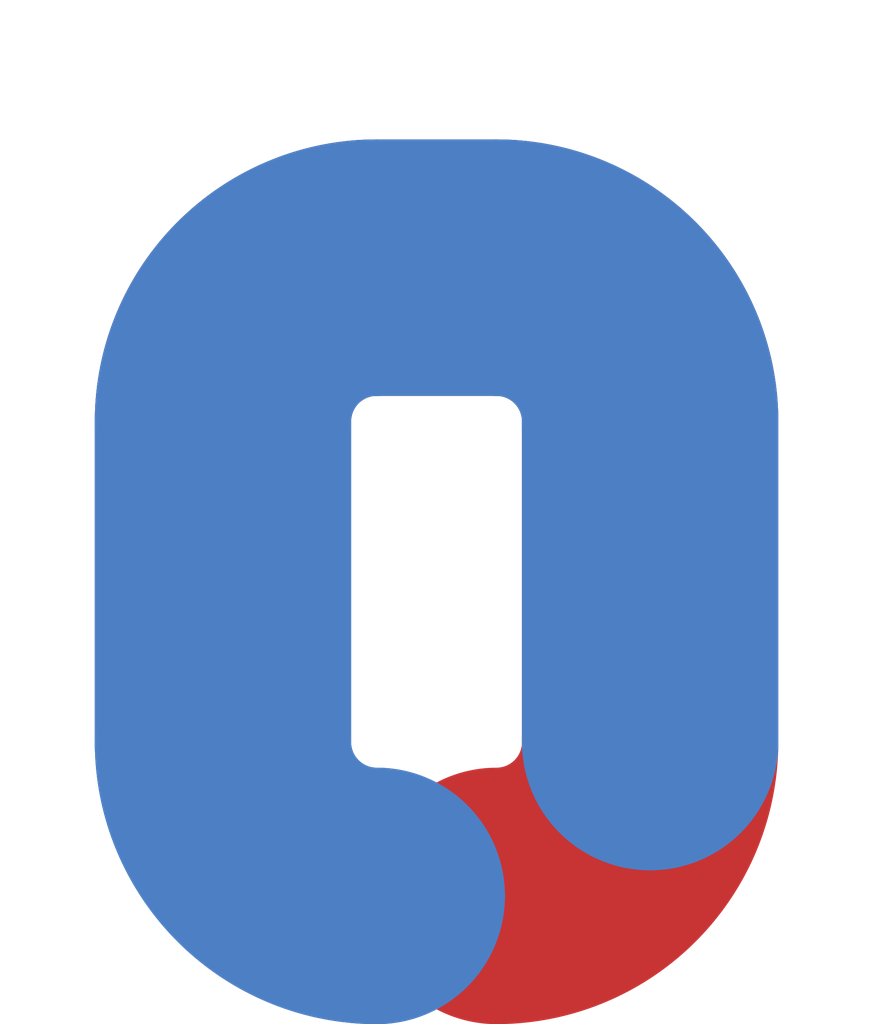
<source format=kicad_pcb>

(kicad_pcb
	(version 20241229)
	(generator "pcbnew")
	(generator_version "9.0")
	(general
		(thickness 1.6)
		(legacy_teardrops no)
	)
	(paper "A4")
	(layers
		(0 "F.Cu" signal)
		(4 "In1.Cu" signal)
		(6 "In2.Cu" signal)
		(2 "B.Cu" signal)
		(9 "F.Adhes" user "F.Adhesive")
		(11 "B.Adhes" user "B.Adhesive")
		(13 "F.Paste" user)
		(15 "B.Paste" user)
		(5 "F.SilkS" user "F.Silkscreen")
		(7 "B.SilkS" user "B.Silkscreen")
		(1 "F.Mask" user)
		(3 "B.Mask" user)
		(17 "Dwgs.User" user "User.Drawings")
		(19 "Cmts.User" user "User.Comments")
		(21 "Eco1.User" user "User.Eco1")
		(23 "Eco2.User" user "User.Eco2")
		(25 "Edge.Cuts" user)
		(27 "Margin" user)
		(31 "F.CrtYd" user "F.Courtyard")
		(29 "B.CrtYd" user "B.Courtyard")
		(35 "F.Fab" user)
		(33 "B.Fab" user)
		(39 "User.1" user)
		(41 "User.2" user)
		(43 "User.3" user)
		(45 "User.4" user)
	)
	(setup
		(stackup
			(layer "F.SilkS"
				(type "Top Silk Screen")
			)
			(layer "F.Paste"
				(type "Top Solder Paste")
			)
			(layer "F.Mask"
				(type "Top Solder Mask")
				(thickness 0.01)
			)
			(layer "F.Cu"
				(type "copper")
				(thickness 0.035)
			)
			(layer "dielectric 1"
				(type "prepreg")
				(thickness 0.1)
				(material "FR4")
				(epsilon_r 4.5)
				(loss_tangent 0.02)
			)
			(layer "In1.Cu"
				(type "copper")
				(thickness 0.035)
			)
			(layer "dielectric 2"
				(type "core")
				(thickness 1.24)
				(material "FR4")
				(epsilon_r 4.5)
				(loss_tangent 0.02)
			)
			(layer "In2.Cu"
				(type "copper")
				(thickness 0.035)
			)
			(layer "dielectric 3"
				(type "prepreg")
				(thickness 0.1)
				(material "FR4")
				(epsilon_r 4.5)
				(loss_tangent 0.02)
			)
			(layer "B.Cu"
				(type "copper")
				(thickness 0.035)
			)
			(layer "B.Mask"
				(type "Bottom Solder Mask")
				(thickness 0.01)
			)
			(layer "B.Paste"
				(type "Bottom Solder Paste")
			)
			(layer "B.SilkS"
				(type "Bottom Silk Screen")
			)
			(copper_finish "None")
			(dielectric_constraints no)
		)
        )






	(gr_rect
		(start 0 0)
		(end   102 37.5)
		(stroke (width 0.2) (type solid))
		(fill no)
		(layer "F.Fab")
	)

	(gr_line
		(start 8.0 0)
		(end 8.0 37.5)
		(stroke
			(width 0.2)
			(type default)
		)
		(layer F.Fab)
	)

	(gr_line
		(start 44.0 0)
		(end 44.0 37.5)
		(stroke
			(width 0.2)
			(type default)
		)
		(layer F.Fab)
	)

	(gr_line
		(start 58.0 0)
		(end 58.0 37.5)
		(stroke
			(width 0.2)
			(type default)
		)
		(layer F.Fab)
	)

	(gr_line
		(start 94.0 0)
		(end 94.0 37.5)
		(stroke
			(width 0.2)
			(type default)
		)
		(layer F.Fab)
	)

	(gr_arc
		(start 14.5625 37.5)
		(mid 23.18454412882101 58.31545587117899)
		(end 44.0 66.9375)
		(stroke
			(width 7.125)
			(type solid)
		)
		(layer "In1.Cu")
	)

	(gr_arc
		(start 58.0 66.9375)
		(mid 78.815455871179 58.31545587117899)
		(end 87.4375 37.5)
		(stroke
			(width 7.125)
			(type solid)
		)
		(layer "In1.Cu")
	)

	(gr_arc
		(start 87.4375 0)
		(mid 78.815455871179 -20.81545587117899)
		(end 58.0 -29.4375)
		(stroke
			(width 7.125)
			(type solid)
		)
		(layer "In1.Cu")
	)

	(gr_line
		(start 14.5625 0)
		(end 14.5625 37.5)
		(stroke
			(width 7.125)
			(type default)
		)
		(layer In1.Cu)
	)

	(gr_line
		(start 44.0 66.9375)
		(end 58.0 66.9375)
		(stroke
			(width 7.125)
			(type default)
		)
		(layer In1.Cu)
	)

	(gr_line
		(start 87.4375 37.5)
		(end 87.4375 0)
		(stroke
			(width 7.125)
			(type default)
		)
		(layer In1.Cu)
	)

	(gr_line
		(start 58.0 -29.4375)
		(end 51.625 -29.4375)
		(stroke
			(width 7.125)
			(type default)
		)
		(layer In1.Cu)
	)

	(gr_arc
		(start 22.1875 37.5)
		(mid 28.576233335368432 52.923766664631565)
		(end 44.0 59.3125)
		(stroke
			(width 7.125)
			(type solid)
		)
		(layer "In1.Cu")
	)

	(gr_arc
		(start 58.0 59.3125)
		(mid 73.42376666463157 52.923766664631565)
		(end 79.8125 37.5)
		(stroke
			(width 7.125)
			(type solid)
		)
		(layer "In1.Cu")
	)

	(gr_arc
		(start 79.8125 0)
		(mid 73.42376666463157 -15.423766664631568)
		(end 58.0 -21.8125)
		(stroke
			(width 7.125)
			(type solid)
		)
		(layer "In1.Cu")
	)

	(gr_line
		(start 22.1875 0)
		(end 22.1875 37.5)
		(stroke
			(width 7.125)
			(type default)
		)
		(layer In1.Cu)
	)

	(gr_line
		(start 44.0 59.3125)
		(end 58.0 59.3125)
		(stroke
			(width 7.125)
			(type default)
		)
		(layer In1.Cu)
	)

	(gr_line
		(start 79.8125 37.5)
		(end 79.8125 0)
		(stroke
			(width 7.125)
			(type default)
		)
		(layer In1.Cu)
	)

	(gr_line
		(start 58.0 -21.8125)
		(end 51.625 -21.8125)
		(stroke
			(width 7.125)
			(type default)
		)
		(layer In1.Cu)
	)

	(gr_arc
		(start 29.8125 37.5)
		(mid 33.967922541915854 47.532077458084146)
		(end 44.0 51.6875)
		(stroke
			(width 7.125)
			(type solid)
		)
		(layer "In1.Cu")
	)

	(gr_arc
		(start 58.0 51.6875)
		(mid 68.03207745808415 47.532077458084146)
		(end 72.1875 37.5)
		(stroke
			(width 7.125)
			(type solid)
		)
		(layer "In1.Cu")
	)

	(gr_arc
		(start 72.1875 0)
		(mid 68.03207745808415 -10.032077458084142)
		(end 58.0 -14.1875)
		(stroke
			(width 7.125)
			(type solid)
		)
		(layer "In1.Cu")
	)

	(gr_line
		(start 29.8125 0)
		(end 29.8125 37.5)
		(stroke
			(width 7.125)
			(type default)
		)
		(layer In1.Cu)
	)

	(gr_line
		(start 44.0 51.6875)
		(end 58.0 51.6875)
		(stroke
			(width 7.125)
			(type default)
		)
		(layer In1.Cu)
	)

	(gr_line
		(start 72.1875 37.5)
		(end 72.1875 0)
		(stroke
			(width 7.125)
			(type default)
		)
		(layer In1.Cu)
	)

	(gr_line
		(start 58.0 -14.1875)
		(end 51.625 -14.1875)
		(stroke
			(width 7.125)
			(type default)
		)
		(layer In1.Cu)
	)

	(gr_arc
		(start 37.4375 37.5)
		(mid 39.35961174846328 42.14038825153672)
		(end 44.0 44.0625)
		(stroke
			(width 7.125)
			(type solid)
		)
		(layer "In1.Cu")
	)

	(gr_arc
		(start 58.0 44.0625)
		(mid 62.64038825153672 42.14038825153672)
		(end 64.5625 37.5)
		(stroke
			(width 7.125)
			(type solid)
		)
		(layer "In1.Cu")
	)

	(gr_arc
		(start 64.5625 0)
		(mid 62.64038825153672 -4.640388251536718)
		(end 58.0 -6.5625)
		(stroke
			(width 7.125)
			(type solid)
		)
		(layer "In1.Cu")
	)

	(gr_line
		(start 37.4375 0)
		(end 37.4375 37.5)
		(stroke
			(width 7.125)
			(type default)
		)
		(layer In1.Cu)
	)

	(gr_line
		(start 44.0 44.0625)
		(end 58.0 44.0625)
		(stroke
			(width 7.125)
			(type default)
		)
		(layer In1.Cu)
	)

	(gr_line
		(start 64.5625 37.5)
		(end 64.5625 0)
		(stroke
			(width 7.125)
			(type default)
		)
		(layer In1.Cu)
	)

	(gr_arc
		(start 51.625 -29.4375)
		(mid 30.80954412882101 -20.81545587117899)
		(end 22.1875 0)
		(stroke
			(width 7.125)
			(type solid)
		)
		(layer "In1.Cu")
	)

	(gr_arc
		(start 51.625 -21.8125)
		(mid 36.201233335368435 -15.423766664631568)
		(end 29.8125 0)
		(stroke
			(width 7.125)
			(type solid)
		)
		(layer "In1.Cu")
	)

	(gr_arc
		(start 51.625 -14.1875)
		(mid 41.592922541915854 -10.032077458084142)
		(end 37.4375 0)
		(stroke
			(width 7.125)
			(type solid)
		)
		(layer "In1.Cu")
	)

	(gr_line
		(start 58.0 -6.5625)
		(end 58.0 -45.75)
		(stroke
			(width 7.125)
			(type default)
		)
		(layer In2.Cu)
	)

	(gr_line
		(start 76.0 37.5)
		(end 76.0 0)
		(stroke
			(width 30.0)
			(type default)
		)
		(layer B.Cu)
	)

	(gr_line
		(start 58.0 -18.0)
		(end 44.0 -18.0)
		(stroke
			(width 30.0)
			(type default)
		)
		(layer B.Cu)
	)

	(gr_line
		(start 26.0 0)
		(end 26.0 37.5)
		(stroke
			(width 30.0)
			(type default)
		)
		(layer B.Cu)
	)

	(gr_arc
		(start 76.0 0)
		(mid 70.72792206135786 -12.727922061357855)
		(end 58.0 -18.0)
		(stroke
			(width 30.0)
			(type solid)
		)
		(layer "B.Cu")
	)

	(gr_arc
		(start 44.0 -18.0)
		(mid 31.272077938642145 -12.727922061357855)
		(end 26.0 0)
		(stroke
			(width 30.0)
			(type solid)
		)
		(layer "B.Cu")
	)

	(gr_arc
		(start 26.0 37.5)
		(mid 31.272077938642145 50.22792206135786)
		(end 44.0 55.5)
		(stroke
			(width 30.0)
			(type solid)
		)
		(layer "B.Cu")
	)

	(gr_line
		(start 76.0 37.5)
		(end 76.0 0)
		(stroke
			(width 30.0)
			(type default)
		)
		(layer B.Cu)
	)

	(gr_line
		(start 58.0 -18.0)
		(end 44.0 -18.0)
		(stroke
			(width 30.0)
			(type default)
		)
		(layer B.Cu)
	)

	(gr_line
		(start 26.0 0)
		(end 26.0 37.5)
		(stroke
			(width 30.0)
			(type default)
		)
		(layer B.Cu)
	)

	(gr_arc
		(start 76.0 0)
		(mid 70.72792206135786 -12.727922061357855)
		(end 58.0 -18.0)
		(stroke
			(width 30.0)
			(type solid)
		)
		(layer "B.Cu")
	)

	(gr_arc
		(start 44.0 -18.0)
		(mid 31.272077938642145 -12.727922061357855)
		(end 26.0 0)
		(stroke
			(width 30.0)
			(type solid)
		)
		(layer "B.Cu")
	)

	(gr_arc
		(start 26.0 37.5)
		(mid 31.272077938642145 50.22792206135786)
		(end 44.0 55.5)
		(stroke
			(width 30.0)
			(type solid)
		)
		(layer "B.Cu")
	)

	(gr_line
		(start 76.0 37.5)
		(end 76.0 0)
		(stroke
			(width 30.0)
			(type default)
		)
		(layer F.Cu)
	)

	(gr_line
		(start 58.0 -18.0)
		(end 44.0 -18.0)
		(stroke
			(width 30.0)
			(type default)
		)
		(layer F.Cu)
	)

	(gr_line
		(start 26.0 0)
		(end 26.0 37.5)
		(stroke
			(width 30.0)
			(type default)
		)
		(layer F.Cu)
	)

	(gr_arc
		(start 76.0 0)
		(mid 70.72792206135786 -12.727922061357855)
		(end 58.0 -18.0)
		(stroke
			(width 30.0)
			(type solid)
		)
		(layer "F.Cu")
	)

	(gr_arc
		(start 44.0 -18.0)
		(mid 31.272077938642145 -12.727922061357855)
		(end 26.0 0)
		(stroke
			(width 30.0)
			(type solid)
		)
		(layer "F.Cu")
	)

	(gr_arc
		(start 58.0 55.5)
		(mid 70.72792206135786 50.22792206135786)
		(end 76.0 37.5)
		(stroke
			(width 30.0)
			(type solid)
		)
		(layer "F.Cu")
	)

)
</source>
